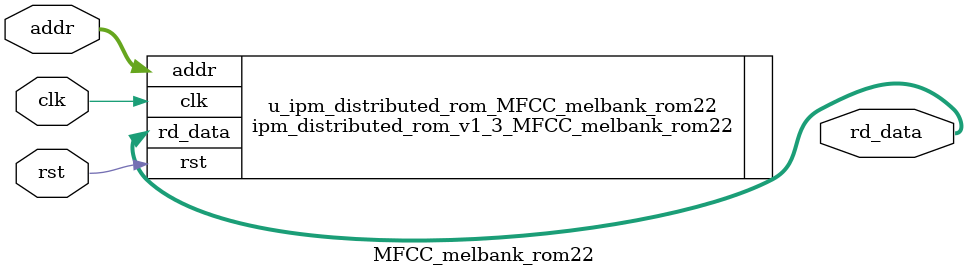
<source format=v>


`timescale 1 ns / 1 ps
module MFCC_melbank_rom22
    (
     addr        ,
     rst         ,
     clk         ,
     rd_data
    );

    localparam ADDR_WIDTH = 9 ; //@IPC int 4,10

    localparam DATA_WIDTH = 8 ; //@IPC int 1,256

    localparam RST_TYPE = "ASYNC" ; //@IPC enum ASYNC,SYNC

    localparam OUT_REG = 0 ; //@IPC bool

    localparam INIT_ENABLE = 1 ; //@IPC bool

    localparam INIT_FILE = "D:/PDS_FPGA/Audio_test/ipcore/MFCC_melbank_rom22/rtl/output21_MFCC_melbank_rom22.dat" ; //@IPC string

    localparam FILE_FORMAT = "BIN" ; //@IPC enum BIN,HEX


     output   wire  [DATA_WIDTH-1:0]       rd_data ;
     input    wire  [ADDR_WIDTH-1:0]       addr    ;
     input                                 clk     ;
     input                                 rst     ;

ipm_distributed_rom_v1_3_MFCC_melbank_rom22
   #(
     .ADDR_WIDTH    (ADDR_WIDTH     ), //address width   range:4-10
     .DATA_WIDTH    (DATA_WIDTH     ), //data width      range:4-256
     .RST_TYPE      (RST_TYPE       ), //reset type   "ASYNC_RESET" "SYNC_RESET"
     .OUT_REG       (OUT_REG        ), //output options :non_register(0)  register(1)
     .INIT_FILE     (INIT_FILE      ), //legal value:"NONE" or "initial file name"
     .FILE_FORMAT   (FILE_FORMAT    )  //initial data format : "bin" or "hex"
    )u_ipm_distributed_rom_MFCC_melbank_rom22
    (
     .rd_data       (rd_data        ),
     .addr          (addr           ),
     .clk           (clk            ),
     .rst           (rst            )

    );
endmodule

</source>
